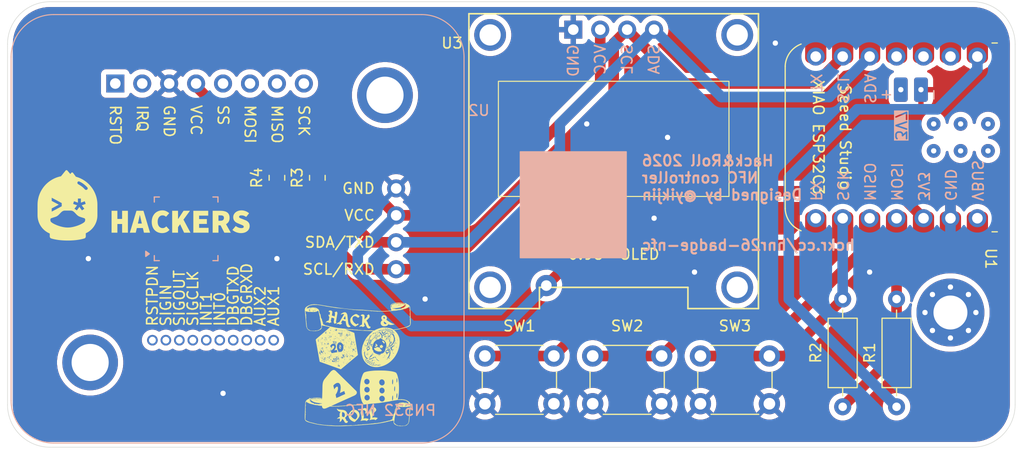
<source format=kicad_pcb>
(kicad_pcb (version 20241229) (generator "pcbnew") (generator_version "9.0")
  (title_block (title "Hack&Roll 2026 hardware badge NFC controller") (date "2025-12-23") (rev "v0.0.6") (company "NUS Hackers") (comment 1 "Developed by @yikjin and @Hackin7") (comment 2 "Licensed under CERN-OHL-P-2.0"))
  (layers (0 "F.Cu" mixed) (2 "B.Cu" mixed) (5 "F.SilkS" user "F.Silkscreen") (7 "B.SilkS" user "B.Silkscreen") (1 "F.Mask" user) (3 "B.Mask" user) (25 "Edge.Cuts" user))
  (net 0 "")
  (net 1 "VCC")
  (net 2 "Net-(U1-GPIO2{slash}A0{slash}D0)")
  (net 3 "/BTN.E")
  (net 4 "GND")
  (net 6 "/BTN.U")
  (net 8 "/I2C.SCL")
  (net 9 "/BTN.D")
  (net 14 "/I2C.SDA")
  (footprint "Resistor_THT:R_Axial_DIN0207_L6.3mm_D2.5mm_P10.16mm_Horizontal" (layer "F.Cu") (at 186.22 103.96 -90)
    (property "Reference" "R1" (at 5.08 2.54 270) (layer "F.SilkS"))
    (property "Value" "10k")
    (pad "1" thru_hole circle (at 0 0 270) (size 1.6 1.6) (drill 0.8) (layers "*.Cu" "*.Mask") (net 1 "VCC"))
    (pad "2" thru_hole circle (at 10.16 0 270) (size 1.6 1.6) (drill 0.8) (layers "*.Cu" "*.Mask") (net 2 "Net-(U1-GPIO2{slash}A0{slash}D0)"))
  )
  (footprint "Button_Switch_THT:SW_PUSH_6mm" (layer "F.Cu") (at 157.57 109.33)
    (property "Reference" "SW2" (at 3.25 -2.83 0) (layer "F.SilkS"))
    (property "Value" "BTN_D")
    (pad "1" thru_hole circle (at 0 0 90) (size 2 2) (drill 1.1) (layers "*.Cu" "*.Mask") (net 9 "/BTN.D"))
    (pad "1" thru_hole circle (at 6.5 0 90) (size 2 2) (drill 1.1) (layers "*.Cu" "*.Mask") (net 9 "/BTN.D"))
    (pad "2" thru_hole circle (at 0 4.5 90) (size 2 2) (drill 1.1) (layers "*.Cu" "*.Mask") (net 4 "GND"))
    (pad "2" thru_hole circle (at 6.5 4.5 90) (size 2 2) (drill 1.1) (layers "*.Cu" "*.Mask") (net 4 "GND"))
  )
  (footprint "hnr26-controller:MCU_Seeed_ESP32C3" (layer "F.Cu") (at 186.22 88.72 -90)
    (property "Reference" "U1" (at 11.43 -8.89 270) (layer "F.SilkS"))
    (property "Value" "XIAO-ESP32-C3")
    (fp_text user "XIAO ESP32C3" (at 0 7.96 270) (layer "F.SilkS") (effects (justify bottom)))
    (fp_text user "Seeed Studio" (at 0 5.42 270) (layer "F.SilkS") (effects (justify bottom)))
    (fp_text user "VBUS" (at 6.1 -7.62 270) (layer "B.SilkS") (effects (justify left mirror)))
    (fp_text user "3V7" (at -2.6 -0.4 270) (layer "B.SilkS" knockout) (effects (justify right mirror)))
    (fp_text user "TX" (at -6.1 7.6 270) (layer "B.SilkS") (effects (justify right mirror)))
    (fp_text user "GND" (at 6.1 -5.08 270) (layer "B.SilkS") (effects (justify left mirror)))
    (fp_text user "SCK" (at 6.1 5.08 270) (layer "B.SilkS") (effects (justify left mirror)))
    (fp_text user "+" (at -3.3 0.3 270) (layer "B.SilkS") (effects (justify left top mirror)))
    (fp_text user "3V3" (at 6.1 -2.54 270) (layer "B.SilkS") (effects (justify left mirror)))
    (fp_text user "MOSI" (at 6.1 0 270) (layer "B.SilkS") (effects (justify left mirror)))
    (fp_text user "-" (at -3.3 -3 270) (layer "B.SilkS") (effects (justify left bottom mirror)))
    (fp_text user "MISO" (at 6.1 2.54 270) (layer "B.SilkS") (effects (justify left mirror)))
    (fp_text user "SDA" (at -6.1 2.52 270) (layer "B.SilkS") (effects (justify right mirror)))
    (fp_text user "RX" (at 6.1 7.62 270) (layer "B.SilkS") (effects (justify left mirror)))
    (fp_text user "SCL" (at -6.1 5.06 270) (layer "B.SilkS") (effects (justify right mirror)))
    (pad "" thru_hole circle (at -1.27 -8.62 270) (size 1.3 1.3) (drill 0.5) (layers "*.Cu" "*.Mask"))
    (pad "" thru_hole circle (at -1.27 -6.04 270) (size 1.3 1.3) (drill 0.5) (layers "*.Cu" "*.Mask"))
    (pad "" thru_hole circle (at -1.27 -3.5 270) (size 1.3 1.3) (drill 0.5) (layers "*.Cu" "*.Mask"))
    (pad "" thru_hole circle (at 1.27 -8.62 270) (size 1.3 1.3) (drill 0.5) (layers "*.Cu" "*.Mask"))
    (pad "" thru_hole circle (at 1.27 -6.04 270) (size 1.3 1.3) (drill 0.5) (layers "*.Cu" "*.Mask"))
    (pad "" thru_hole circle (at 1.27 -3.5 270) (size 1.3 1.3) (drill 0.5) (layers "*.Cu" "*.Mask"))
    (pad "1" smd roundrect (at -8.5 -7.62 270) (size 3 2) (layers "F.Cu" "F.Mask") (net 2 "Net-(U1-GPIO2{slash}A0{slash}D0)"))
    (pad "1" thru_hole circle (at -7.62 -7.62 270) (size 1.7 1.7) (drill 1) (layers "*.Cu" "*.Mask") (net 2 "Net-(U1-GPIO2{slash}A0{slash}D0)"))
    (pad "2" smd roundrect (at -8.5 -5.08 270) (size 3 2) (layers "F.Cu" "F.Mask"))
    (pad "2" thru_hole circle (at -7.62 -5.08 270) (size 1.7 1.7) (drill 1) (layers "*.Cu" "*.Mask"))
    (pad "3" smd roundrect (at -8.5 -2.54 270) (size 3 2) (layers "F.Cu" "F.Mask"))
    (pad "3" thru_hole circle (at -7.62 -2.54 270) (size 1.7 1.7) (drill 1) (layers "*.Cu" "*.Mask"))
    (pad "4" smd roundrect (at -8.5 0 270) (size 3 2) (layers "F.Cu" "F.Mask"))
    (pad "4" thru_hole circle (at -7.62 0 270) (size 1.7 1.7) (drill 1) (layers "*.Cu" "*.Mask"))
    (pad "5" smd roundrect (at -8.5 2.54 270) (size 3 2) (layers "F.Cu" "F.Mask") (net 14 "/I2C.SDA"))
    (pad "5" thru_hole circle (at -7.62 2.54 270) (size 1.7 1.7) (drill 1) (layers "*.Cu" "*.Mask") (net 14 "/I2C.SDA"))
    (pad "6" smd roundrect (at -8.5 5.08 270) (size 3 2) (layers "F.Cu" "F.Mask") (net 8 "/I2C.SCL"))
    (pad "6" thru_hole circle (at -7.62 5.08 270) (size 1.7 1.7) (drill 1) (layers "*.Cu" "*.Mask") (net 8 "/I2C.SCL"))
    (pad "7" smd roundrect (at -8.5 7.62 270) (size 3 2) (layers "F.Cu" "F.Mask"))
    (pad "7" thru_hole circle (at -7.62 7.62 270) (size 1.7 1.7) (drill 1) (layers "*.Cu" "*.Mask"))
    (pad "8" thru_hole circle (at 7.62 7.62 270) (size 1.7 1.7) (drill 1) (layers "*.Cu" "*.Mask") (net 6 "/BTN.U"))
    (pad "8" smd roundrect (at 8.5 7.62 270) (size 3 2) (layers "F.Cu" "F.Mask") (net 6 "/BTN.U"))
    (pad "9" thru_hole circle (at 7.62 5.08 270) (size 1.7 1.7) (drill 1) (layers "*.Cu" "*.Mask") (net 3 "/BTN.E"))
    (pad "9" smd roundrect (at 8.5 5.08 270) (size 3 2) (layers "F.Cu" "F.Mask") (net 3 "/BTN.E"))
    (pad "10" thru_hole circle (at 7.62 2.54 270) (size 1.7 1.7) (drill 1) (layers "*.Cu" "*.Mask") (net 9 "/BTN.D"))
    (pad "10" smd roundrect (at 8.5 2.54 270) (size 3 2) (layers "F.Cu" "F.Mask") (net 9 "/BTN.D"))
    (pad "11" thru_hole circle (at 7.62 0 270) (size 1.7 1.7) (drill 1) (layers "*.Cu" "*.Mask"))
    (pad "11" smd roundrect (at 8.5 0 270) (size 3 2) (layers "F.Cu" "F.Mask"))
    (pad "12" thru_hole circle (at 7.62 -2.54 270) (size 1.7 1.7) (drill 1) (layers "*.Cu" "*.Mask") (net 1 "VCC"))
    (pad "12" smd roundrect (at 8.5 -2.54 270) (size 3 2) (layers "F.Cu" "F.Mask") (net 1 "VCC"))
    (pad "13" thru_hole circle (at 7.62 -5.08 270) (size 1.7 1.7) (drill 1) (layers "*.Cu" "*.Mask") (net 4 "GND"))
    (pad "13" smd roundrect (at 8.5 -5.08 270) (size 3 2) (layers "F.Cu" "F.Mask") (net 4 "GND"))
    (pad "14" thru_hole circle (at 7.62 -7.62 270) (size 1.7 1.7) (drill 1) (layers "*.Cu" "*.Mask"))
    (pad "14" smd roundrect (at 8.5 -7.62 270) (size 3 2) (layers "F.Cu" "F.Mask"))
    (pad "15" smd roundrect (at 2.1 0.6 270) (size 3.5 3.5) (property pad_prop_heatsink) (layers "F.Cu" "F.Mask") (roundrect_rratio 0.07142857143) (net 4 "GND"))
    (pad "16" thru_hole roundrect (at -4.5 -0.4 270) (size 2.3 1.3) (drill 0.5) (layers "*.Cu" "*.Mask") (roundrect_rratio 0.1923076923))
    (pad "17" thru_hole roundrect (at -4.5 -2.3 270) (size 2.3 1.3) (drill 0.5) (layers "*.Cu" "*.Mask") (roundrect_rratio 0.1923076923) (net 4 "GND"))
  )
  (footprint "hnr26-controller:SYM_NusHackers_Logo" (layer "F.Cu") (at 105.2125 91.8075)
    (property "Reference" "REF**" (hide yes))
    (property "Value" "SYM_NusHackers_Logo" (hide yes))
    (fp_poly (pts (xy 7.903652 2.012555) (xy 8.07213 2.476667) (xy 8.084844 2.476667) (xy 8.074712 2.389647) (xy 8.063387 2.297063) (xy 8.037163 2.095205) (xy 8.030457 2.041562) (xy 8.024646 1.988714) (xy 8.019729 1.93666) (xy 8.015706 1.885401) (xy 8.012577 1.834937) (xy 8.010341 1.785267) (xy 8.009 1.736392) (xy 8.008553 1.688312) (xy 8.008553 1.090689) (xy 8.529884 1.090689) (xy 8.529884 3.15694) (xy 7.976765 3.15694) (xy 7.63027 2.231895) (xy 7.461791 1.770962) (xy 7.449079 1.770962) (xy 7.459211 1.860765) (xy 7.470536 1.955335) (xy 7.483052 2.054674) (xy 7.496758 2.158782) (xy 7.503464 2.210935) (xy 7.509276 2.262492) (xy 7.514193 2.313453) (xy 7.518217 2.363817) (xy 7.521347 2.413586) (xy 7.523583 2.462759) (xy 7.524924 2.511336) (xy 7.525372 2.559317) (xy 7.525372 3.15694) (xy 7.004037 3.15694) (xy 7.004037 1.090689) (xy 7.557157 1.090689)) (fill yes) (layers "F.Cu" "F.Mask"))
    (fp_poly (pts (xy 9.450486 2.419447) (xy 9.450783 2.441402) (xy 9.451674 2.46276) (xy 9.453161 2.483521) (xy 9.455244 2.503687) (xy 9.457924 2.523256) (xy 9.461203 2.54223) (xy 9.465081 2.560608) (xy 9.469559 2.57839) (xy 9.472455 2.586635) (xy 9.475575 2.594681) (xy 9.478919 2.602529) (xy 9.482485 2.610178) (xy 9.486275 2.617628) (xy 9.490288 2.62488) (xy 9.494524 2.631933) (xy 9.498983 2.638787) (xy 9.503664 2.645443) (xy 9.508569 2.6519) (xy 9.513696 2.658158) (xy 9.519046 2.664218) (xy 9.524619 2.670079) (xy 9.530414 2.675741) (xy 9.536432 2.681205) (xy 9.542672 2.68647) (xy 9.54917 2.69109) (xy 9.555939 2.695411) (xy 9.562982 2.699434) (xy 9.570296 2.703159) (xy 9.577884 2.706587) (xy 9.585744 2.709716) (xy 9.593877 2.712547) (xy 9.602283 2.71508) (xy 9.610961 2.717315) (xy 9.619913 2.719252) (xy 9.629138 2.720891) (xy 9.638636 2.722232) (xy 9.648407 2.723275) (xy 9.658452 2.72402) (xy 9.66877 2.724467) (xy 9.679362 2.724616) (xy 9.690343 2.724467) (xy 9.701026 2.72402) (xy 9.71141 2.723275) (xy 9.721496 2.722232) (xy 9.731284 2.720891) (xy 9.740773 2.719252) (xy 9.749963 2.717315) (xy 9.758855 2.71508) (xy 9.767448 2.712547) (xy 9.775743 2.709715) (xy 9.783738 2.706586) (xy 9.791435 2.703159) (xy 9.798833 2.699434) (xy 9.805932 2.695411) (xy 9.812731 2.69109) (xy 9.819232 2.68647) (xy 9.825482 2.681205) (xy 9.831508 2.675741) (xy 9.83731 2.670079) (xy 9.842888 2.664218) (xy 9.848243 2.658158) (xy 9.853373 2.6519) (xy 9.85828 2.645443) (xy 9.862962 2.638787) (xy 9.86742 2.631933) (xy 9.871654 2.62488) (xy 9.875664 2.617628) (xy 9.87945 2.610178) (xy 9.883011 2.602529) (xy 9.886347 2.594681) (xy 9.889459 2.586635) (xy 9.892346 2.57839) (xy 9.895044 2.569573) (xy 9.897567 2.560607) (xy 9.899915 2.551493) (xy 9.902089 2.54223) (xy 9.904089 2.532817) (xy 9.905914 2.523256) (xy 9.909043 2.503687) (xy 9.911475 2.483521) (xy 9.913211 2.46276) (xy 9.914252 2.441402) (xy 9.914599 2.419447) (xy 9.914599 1.090689) (xy 10.442288 1.090689) (xy 10.442288 2.35587) (xy 10.441594 2.403752) (xy 10.439512 2.450441) (xy 10.436039 2.495938) (xy 10.431176 2.540243) (xy 10.42492 2.583356) (xy 10.417271 2.625277) (xy 10.408227 2.666006) (xy 10.397788 2.705543) (xy 10.392431 2.724455) (xy 10.386675 2.743044) (xy 10.380521 2.76131) (xy 10.373969 2.779253) (xy 10.367018 2.796874) (xy 10.359669 2.814171) (xy 10.351921 2.831146) (xy 10.343776 2.847798) (xy 10.335232 2.864127) (xy 10.32629 2.880133) (xy 10.316949 2.895816) (xy 10.307211 2.911176) (xy 10.297075 2.926213) (xy 10.28654 2.940928) (xy 10.275607 2.955319) (xy 10.264276 2.969388) (xy 10.252545 2.982712) (xy 10.240391 2.995664) (xy 10.227815 3.008243) (xy 10.214815 3.020449) (xy 10.201394 3.032283) (xy 10.187549 3.043744) (xy 10.173283 3.054832) (xy 10.158593 3.065548) (xy 10.143481 3.075892) (xy 10.127946 3.085863) (xy 10.111989 3.095461) (xy 10.095609 3.104687) (xy 10.078807 3.113541) (xy 10.061582 3.122022) (xy 10.043934 3.130131) (xy 10.025864 3.137867) (xy 10.007747 3.144796) (xy 9.989158 3.151278) (xy 9.970098 3.157312) (xy 9.950567 3.1629) (xy 9.930563 3.168041) (xy 9.910088 3.172735) (xy 9.889141 3.176982) (xy 9.867722 3.180781) (xy 9.84583 3.184134) (xy 9.823467 3.18704) (xy 9.800632 3.189498) (xy 9.777324 3.19151) (xy 9.753544 3.193074) (xy 9.729291 3.194192) (xy 9.704566 3.194862) (xy 9.679368 3.195086) (xy 9.679367 3.195086) (xy 9.629411 3.194192) (xy 9.581238 3.19151) (xy 9.53485 3.18704) (xy 9.512325 3.184134) (xy 9.490246 3.180781) (xy 9.468614 3.176982) (xy 9.447428 3.172735) (xy 9.426689 3.168041) (xy 9.406396 3.162901) (xy 9.38655 3.157313) (xy 9.367151 3.151278) (xy 9.348199 3.144796) (xy 9.329694 3.137867) (xy 9.31162 3.130131) (xy 9.293942 3.122022) (xy 9.27666 3.113541) (xy 9.259774 3.104687) (xy 9.243285 3.095461) (xy 9.227192 3.085863) (xy 9.211495 3.075892) (xy 9.196196 3.065548) (xy 9.181293 3.054832) (xy 9.166787 3.043743) (xy 9.152679 3.032282) (xy 9.138968 3.020449) (xy 9.125655 3.008242) (xy 9.112739 2.995664) (xy 9.100221 2.982712) (xy 9.088101 2.969388) (xy 9.076755 2.955319) (xy 9.065755 2.940928) (xy 9.055102 2.926213) (xy 9.044797 2.911176) (xy 9.034838 2.895816) (xy 9.025227 2.880132) (xy 9.015964 2.864126) (xy 9.007047 2.847798) (xy 8.998478 2.831146) (xy 8.990257 2.814171) (xy 8.982383 2.796874) (xy 8.974857 2.779253) (xy 8.967679 2.76131) (xy 8.960849 2.743044) (xy 8.954366 2.724455) (xy 8.948232 2.705543) (xy 8.937805 2.666006) (xy 8.928767 2.625277) (xy 8.921118 2.583356) (xy 8.914858 2.540243) (xy 8.909988 2.495938) (xy 8.906509 2.450441) (xy 8.904421 2.403752) (xy 8.903725 2.35587) (xy 8.903725 1.090689) (xy 9.450486 1.090689)) (fill yes) (layers "F.Cu" "F.Mask"))
    (fp_poly (pts (xy 3.176997 3.816179) (xy 3.208677 3.819736) (xy 3.239075 3.82551) (xy 3.268282 3.833373) (xy 3.296387 3.843196) (xy 3.323482 3.854851) (xy 3.349657 3.868211) (xy 3.375003 3.883145) (xy 3.39961 3.899528) (xy 3.423569 3.917229) (xy 3.469907 3.956076) (xy 3.51474 3.998659) (xy 3.558794 4.043952) (xy 3.647464 4.138565) (xy 3.69353 4.185831) (xy 3.741718 4.231702) (xy 3.792751 4.275152) (xy 3.819561 4.295648) (xy 3.847355 4.315153) (xy 3.876222 4.33354) (xy 3.906255 4.350681) (xy 3.937542 4.366446) (xy 3.970175 4.380708) (xy 4.02107 4.400566) (xy 4.064883 4.416377) (xy 4.103755 4.429324) (xy 4.139825 4.440587) (xy 4.212122 4.462797) (xy 4.252628 4.476107) (xy 4.298891 4.492465) (xy 4.314431 4.497916) (xy 4.329697 4.502862) (xy 4.359204 4.511692) (xy 4.387011 4.519853) (xy 4.40015 4.523965) (xy 4.412714 4.528247) (xy 4.42465 4.532813) (xy 4.435909 4.537775) (xy 4.441269 4.54044) (xy 4.446441 4.543246) (xy 4.451418 4.546207) (xy 4.456195 4.549338) (xy 4.460764 4.552652) (xy 4.46512 4.556163) (xy 4.469257 4.559887) (xy 4.473167 4.563836) (xy 4.476846 4.568024) (xy 4.480286 4.572467) (xy 4.483481 4.577177) (xy 4.486424 4.58217) (xy 4.491779 4.593056) (xy 4.496381 4.604702) (xy 4.50025 4.616997) (xy 4.503408 4.629831) (xy 4.505874 4.643093) (xy 4.50767 4.656672) (xy 4.508815 4.670457) (xy 4.509332 4.684339) (xy 4.509239 4.698205) (xy 4.508558 4.711946) (xy 4.50731 4.725451) (xy 4.505514 4.738609) (xy 4.503192 4.751309) (xy 4.500365 4.763441) (xy 4.497052 4.774894) (xy 4.493274 4.785557) (xy 4.491123 4.794999) (xy 4.489958 4.799779) (xy 4.488723 4.804608) (xy 4.487407 4.809491) (xy 4.486002 4.814433) (xy 4.4845 4.819442) (xy 4.482891 4.824524) (xy 4.476279 4.839739) (xy 4.466116 4.85588) (xy 4.435664 4.890634) (xy 4.39259 4.928171) (xy 4.337946 4.967876) (xy 4.272787 5.009134) (xy 4.198167 5.051331) (xy 4.115139 5.093853) (xy 4.024758 5.136084) (xy 3.928076 5.177411) (xy 3.826149 5.217218) (xy 3.720028 5.25489) (xy 3.61077 5.289814) (xy 3.499426 5.321374) (xy 3.387052 5.348957) (xy 3.2747 5.371946) (xy 3.163425 5.389729) (xy 3.126388 5.394785) (xy 3.089556 5.399167) (xy 3.071238 5.401062) (xy 3.052998 5.402737) (xy 3.034843 5.404175) (xy 3.016782 5.405358) (xy 2.975163 5.407566) (xy 2.937144 5.409104) (xy 2.901508 5.409994) (xy 2.867034 5.410258) (xy 2.832561 5.410013) (xy 2.796924 5.409121) (xy 2.758906 5.407572) (xy 2.717287 5.405358) (xy 2.699226 5.404174) (xy 2.681071 5.402733) (xy 2.66283 5.401055) (xy 2.644513 5.399156) (xy 2.607681 5.394772) (xy 2.570644 5.389729) (xy 2.459369 5.371947) (xy 2.347017 5.348958) (xy 2.234642 5.321375) (xy 2.123299 5.289815) (xy 2.01404 5.254892) (xy 1.90792 5.217219) (xy 1.805992 5.177412) (xy 1.70931 5.136085) (xy 1.618929 5.093854) (xy 1.535901 5.051332) (xy 1.461281 5.009135) (xy 1.396122 4.967876) (xy 1.341478 4.928171) (xy 1.318429 4.909093) (xy 1.298404 4.890634) (xy 1.281534 4.872871) (xy 1.267952 4.85588) (xy 1.257789 4.839739) (xy 1.251177 4.824524) (xy 1.249568 4.819442) (xy 1.248066 4.814432) (xy 1.246662 4.809488) (xy 1.245347 4.804605) (xy 1.244112 4.799776) (xy 1.242948 4.794996) (xy 1.240794 4.785557) (xy 1.237017 4.774894) (xy 1.233704 4.763442) (xy 1.230876 4.75131) (xy 1.228554 4.73861) (xy 1.226759 4.725452) (xy 1.22551 4.711947) (xy 1.224829 4.698206) (xy 1.224736 4.684339) (xy 1.225253 4.670457) (xy 1.226398 4.656671) (xy 1.228194 4.643092) (xy 1.23066 4.62983) (xy 1.233818 4.616996) (xy 1.237687 4.604701) (xy 1.242289 4.593055) (xy 1.247644 4.58217) (xy 1.250588 4.577177) (xy 1.253783 4.572467) (xy 1.257222 4.568024) (xy 1.260901 4.563835) (xy 1.264811 4.559886) (xy 1.268948 4.556163) (xy 1.277873 4.549337) (xy 1.287627 4.543244) (xy 1.298159 4.537773) (xy 1.309418 4.532811) (xy 1.321354 4.528244) (xy 1.333917 4.523962) (xy 1.347056 4.51985) (xy 1.374863 4.511688) (xy 1.40437 4.50286) (xy 1.419636 4.497914) (xy 1.435176 4.492464) (xy 1.48144 4.476106) (xy 1.521945 4.462796) (xy 1.594242 4.440587) (xy 1.630313 4.429324) (xy 1.669185 4.416378) (xy 1.712998 4.400567) (xy 1.763892 4.380708) (xy 1.796525 4.366446) (xy 1.827813 4.350681) (xy 1.857845 4.33354) (xy 1.886713 4.315153) (xy 1.914506 4.295648) (xy 1.941317 4.275152) (xy 1.967234 4.253794) (xy 1.99235 4.231702) (xy 2.040537 4.185831) (xy 2.086603 4.138565) (xy 2.175274 4.043953) (xy 2.219327 3.998659) (xy 2.264161 3.956076) (xy 2.287096 3.936122) (xy 2.310498 3.917229) (xy 2.334457 3.899528) (xy 2.359065 3.883146) (xy 2.38441 3.868211) (xy 2.410585 3.854852) (xy 2.43768 3.843196) (xy 2.465786 3.833373) (xy 2.494992 3.82551) (xy 2.52539 3.819736) (xy 2.557071 3.81618) (xy 2.590124 3.814968) (xy 2.867034 3.815078) (xy 3.143943 3.814968)) (fill yes) (layers "F.Cu" "F.Mask"))
    (fp_poly (pts (xy 11.653005 1.052816) (xy 11.676047 1.053635) (xy 11.69909 1.055001) (xy 11.722134 1.056913) (xy 11.745178 1.059372) (xy 11.768224 1.062377) (xy 11.791271 1.065928) (xy 11.814318 1.070026) (xy 11.837366 1.07467) (xy 11.860414 1.07986) (xy 11.883463 1.085597) (xy 11.906512 1.09188) (xy 11.929562 1.09871) (xy 11.952612 1.106086) (xy 11.975662 1.114009) (xy 11.998712 1.122478) (xy 12.022003 1.131108) (xy 12.044997 1.140309) (xy 12.067692 1.150082) (xy 12.09009 1.160425) (xy 12.112191 1.17134) (xy 12.133993 1.182827) (xy 12.155499 1.194884) (xy 12.176706 1.207512) (xy 12.197616 1.220712) (xy 12.218229 1.234483) (xy 12.238545 1.248825) (xy 12.258564 1.263738) (xy 12.278285 1.279223) (xy 12.29771 1.295278) (xy 12.316838 1.311905) (xy 12.335669 1.329103) (xy 12.062288 1.672418) (xy 12.034611 1.654687) (xy 12.007236 1.638048) (xy 11.980163 1.622501) (xy 11.953392 1.608047) (xy 11.926921 1.594686) (xy 11.90075 1.582417) (xy 11.874878 1.571242) (xy 11.849305 1.561159) (xy 11.836398 1.556539) (xy 11.823119 1.552218) (xy 11.809468 1.548195) (xy 11.795446 1.54447) (xy 11.781053 1.541043) (xy 11.766288 1.537913) (xy 11.751151 1.535082) (xy 11.735642 1.532549) (xy 11.719761 1.530314) (xy 11.703508 1.528377) (xy 11.686883 1.526738) (xy 11.669887 1.525397) (xy 11.652517 1.524354) (xy 11.634776 1.523609) (xy 11.616662 1.523162) (xy 11.598176 1.523013) (xy 11.587171 1.523149) (xy 11.576415 1.523559) (xy 11.565908 1.524242) (xy 11.55565 1.525198) (xy 11.545641 1.526428) (xy 11.535881 1.52793) (xy 11.52637 1.529706) (xy 11.517107 1.531755) (xy 11.508094 1.534077) (xy 11.499328 1.536672) (xy 11.490811 1.539541) (xy 11.482542 1.542682) (xy 11.474522 1.546097) (xy 11.46675 1.549785) (xy 11.459225 1.553746) (xy 11.451949 1.55798) (xy 11.448428 1.560007) (xy 11.44502 1.562115) (xy 11.441723 1.564304) (xy 11.438537 1.566573) (xy 11.435464 1.568923) (xy 11.432502 1.571354) (xy 11.429652 1.573865) (xy 11.426914 1.576458) (xy 11.424288 1.579131) (xy 11.421773 1.581884) (xy 11.41937 1.584718) (xy 11.417079 1.587633) (xy 11.4149 1.590629) (xy 11.412832 1.593706) (xy 11.410877 1.596863) (xy 11.409033 1.600101) (xy 11.4073 1.603419) (xy 11.40568 1.606818) (xy 11.404171 1.610298) (xy 11.402775 1.613859) (xy 11.401489 1.6175) (xy 11.400316 1.621222) (xy 11.399254 1.625025) (xy 11.398305 1.628909) (xy 11.397466 1.632873) (xy 11.39674 1.636918) (xy 11.396125 1.641043) (xy 11.395623 1.645249) (xy 11.395231 1.649536) (xy 11.394952 1.653904) (xy 11.394729 1.662882) (xy 11.394878 1.66878) (xy 11.395324 1.674554) (xy 11.396069 1.680204) (xy 11.397112 1.68573) (xy 11.398453 1.691131) (xy 11.400092 1.696408) (xy 11.402028 1.701561) (xy 11.404263 1.70659) (xy 11.406797 1.711495) (xy 11.409628 1.716276) (xy 11.412757 1.720932) (xy 11.416185 1.725464) (xy 11.419911 1.729873) (xy 11.423935 1.734157) (xy 11.428258 1.738317) (xy 11.432878 1.742353) (xy 11.437783 1.746314) (xy 11.44296 1.750251) (xy 11.448409 1.754162) (xy 11.454131 1.758049) (xy 11.460127 1.761911) (xy 11.466395 1.765748) (xy 11.472937 1.76956) (xy 11.479752 1.773347) (xy 11.486841 1.777109) (xy 11.494204 1.780847) (xy 11.50184 1.78456) (xy 11.509751 1.788247) (xy 11.517936 1.79191) (xy 11.526396 1.795549) (xy 11.53513 1.799162) (xy 11.544139 1.802751) (xy 11.624386 1.833744) (xy 11.718975 1.869507) (xy 11.957389 1.968051) (xy 11.991656 1.981213) (xy 12.024535 1.99527) (xy 12.040454 2.002633) (xy 12.056025 2.01022) (xy 12.071249 2.01803) (xy 12.086126 2.026064) (xy 12.100655 2.034322) (xy 12.114837 2.042802) (xy 12.128671 2.051507) (xy 12.142157 2.060435) (xy 12.155295 2.069587) (xy 12.168086 2.078962) (xy 12.180528 2.088561) (xy 12.192623 2.098383) (xy 12.204749 2.108044) (xy 12.216503 2.117953) (xy 12.227886 2.12811) (xy 12.238897 2.138516) (xy 12.249537 2.14917) (xy 12.259805 2.160072) (xy 12.269702 2.171223) (xy 12.279226 2.182622) (xy 12.288379 2.194269) (xy 12.29716 2.206165) (xy 12.305569 2.218309) (xy 12.313606 2.230702) (xy 12.32127 2.243343) (xy 12.328562 2.256232) (xy 12.335482 2.26937) (xy 12.34203 2.282757) (xy 12.348182 2.296404) (xy 12.353939 2.310324) (xy 12.3593 2.324517) (xy 12.364265 2.338983) (xy 12.368834 2.353723) (xy 12.373006 2.368735) (xy 12.376782 2.384021) (xy 12.380161 2.39958) (xy 12.383143 2.415412) (xy 12.385728 2.431517) (xy 12.387916 2.447896) (xy 12.389706 2.464547) (xy 12.391099 2.481472) (xy 12.392094 2.49867) (xy 12.392691 2.516141) (xy 12.39289 2.533885) (xy 12.392517 2.555653) (xy 12.3914 2.577248) (xy 12.389537 2.598668) (xy 12.38693 2.619914) (xy 12.383577 2.640986) (xy 12.379479 2.661885) (xy 12.374636 2.682609) (xy 12.369049 2.70316) (xy 12.362716 2.723537) (xy 12.355639 2.74374) (xy 12.347816 2.763769) (xy 12.339249 2.783624) (xy 12.329936 2.803306) (xy 12.319879 2.822813) (xy 12.309077 2.842147) (xy 12.29753 2.861307) (xy 12.285261 2.879759) (xy 12.272296 2.897764) (xy 12.258635 2.915322) (xy 12.244278 2.932433) (xy 12.229226 2.949097) (xy 12.213479 2.965315) (xy 12.197036 2.981085) (xy 12.179898 2.996408) (xy 12.162065 3.011284) (xy 12.143538 3.025714) (xy 12.124316 3.039696) (xy 12.104399 3.053231) (xy 12.083788 3.066319) (xy 12.062483 3.078959) (xy 12.040484 3.091153) (xy 12.017791 3.1029) (xy 11.994418 3.114062) (xy 11.970401 3.124505) (xy 11.945738 3.134228) (xy 11.920431 3.14323) (xy 11.894478 3.151513) (xy 11.86788 3.159075) (xy 11.840637 3.165917) (xy 11.812748 3.172039) (xy 11.784214 3.177441) (xy 11.755035 3.182122) (xy 11.725209 3.186083) (xy 11.694738 3.189324) (xy 11.663621 3.191845) (xy 11.631858 3.193646) (xy 11.59945 3.194726) (xy 11.566395 3.195086) (xy 11.566397 3.195086) (xy 11.540925 3.194801) (xy 11.515379 3.193944) (xy 11.489759 3.192516) (xy 11.464065 3.190516) (xy 11.438296 3.187946) (xy 11.412453 3.184804) (xy 11.386537 3.181091) (xy 11.360546 3.176807) (xy 11.308343 3.166525) (xy 11.255845 3.153959) (xy 11.203053 3.139108) (xy 11.149968 3.121972) (xy 11.123879 3.112535) (xy 11.098062 3.102502) (xy 11.072518 3.091873) (xy 11.047247 3.080648) (xy 11.022248 3.068826) (xy 10.997523 3.056409) (xy 10.973071 3.043395) (xy 10.948892 3.029786) (xy 10.924988 3.01558) (xy 10.901356 3.000778) (xy 10.877999 2.985381) (xy 10.854916 2.969387) (xy 10.832107 2.952797) (xy 10.809573 2.935612) (xy 10.787313 2.91783) (xy 10.765328 2.899453) (xy 11.076855 2.524349) (xy 11.106498 2.546105) (xy 11.136643 2.566867) (xy 11.167289 2.586635) (xy 11.198434 2.60541) (xy 11.230077 2.623192) (xy 11.262217 2.63998) (xy 11.294854 2.655774) (xy 11.327985 2.670576) (xy 11.345077 2.677119) (xy 11.362195 2.683241) (xy 11.379339 2.68894) (xy 11.396508 2.694218) (xy 11.413703 2.699073) (xy 11.430924 2.703506) (xy 11.44817 2.707517) (xy 11.465443 2.711106) (xy 11.48274 2.714272) (xy 11.500064 2.717017) (xy 11.517413 2.719339) (xy 11.534788 2.721239) (xy 11.552189 2.722717) (xy 11.569615 2.723772) (xy 11.587067 2.724406) (xy 11.604545 2.724617) (xy 11.619756 2.72448) (xy 11.634395 2.72407) (xy 11.648463 2.723387) (xy 11.66196 2.722431) (xy 11.674885 2.721202) (xy 11.687239 2.719699) (xy 11.699022 2.717923) (xy 11.710234 2.715874) (xy 11.720875 2.713552) (xy 11.730945 2.710957) (xy 11.740444 2.708089) (xy 11.749373 2.704947) (xy 11.757731 2.701533) (xy 11.765518 2.697845) (xy 11.772734 2.693884) (xy 11.779381 2.68965) (xy 11.785922 2.685217) (xy 11.792042 2.68066) (xy 11.79774 2.675979) (xy 11.803016 2.671174) (xy 11.807871 2.666244) (xy 11.812304 2.66119) (xy 11.816315 2.656012) (xy 11.819904 2.65071) (xy 11.823072 2.645284) (xy 11.824497 2.642524) (xy 11.825817 2.639733) (xy 11.827031 2.636911) (xy 11.82814 2.634058) (xy 11.829143 2.631174) (xy 11.830041 2.628259) (xy 11.830833 2.625313) (xy 11.831519 2.622336) (xy 11.8321 2.619328) (xy 11.832576 2.616289) (xy 11.832945 2.613218) (xy 11.833209 2.610117) (xy 11.833421 2.603821) (xy 11.833284 2.59637) (xy 11.832874 2.589118) (xy 11.83219 2.582065) (xy 11.831233 2.57521) (xy 11.830003 2.568554) (xy 11.8285 2.562097) (xy 11.826723 2.555839) (xy 11.824673 2.549779) (xy 11.82235 2.543918) (xy 11.819755 2.538256) (xy 11.816886 2.532793) (xy 11.813744 2.527528) (xy 11.81033 2.522462) (xy 11.806643 2.517594) (xy 11.802683 2.512926) (xy 11.79845 2.508456) (xy 11.793949 2.50411) (xy 11.789201 2.499814) (xy 11.784206 2.495567) (xy 11.778964 2.49137) (xy 11.773474 2.487223) (xy 11.767738 2.483125) (xy 11.761753 2.479077) (xy 11.755521 2.475078) (xy 11.749041 2.47113) (xy 11.742313 2.46723) (xy 11.735337 2.463381) (xy 11.728113 2.459581) (xy 11.72064 2.455831) (xy 11.712918 2.452131) (xy 11.704947 2.44848) (xy 11.696728 2.444879) (xy 11.66156 2.429978) (xy 11.622819 2.413885) (xy 11.580502 2.3966) (xy 11.534607 2.378123) (xy 11.277119 2.270042) (xy 11.247957 2.258419) (xy 11.219293 2.245803) (xy 11.191128 2.232194) (xy 11.163461 2.217591) (xy 11.136293 2.201995) (xy 11.109623 2.185405) (xy 11.083451 2.167822) (xy 11.057778 2.149245) (xy 11.045607 2.139187) (xy 11.033733 2.12888) (xy 11.022157 2.118325) (xy 11.010879 2.107522) (xy 10.9999 2.09647) (xy 10.989218 2.08517) (xy 10.978836 2.073622) (xy 10.968751 2.061825) (xy 10.958966 2.049781) (xy 10.949479 2.037488) (xy 10.94029 2.024946) (xy 10.931401 2.012156) (xy 10.922811 1.999118) (xy 10.91452 1.985832) (xy 10.906528 1.972297) (xy 10.898835 1.958515) (xy 10.891906 1.944073) (xy 10.885423 1.929359) (xy 10.879388 1.914371) (xy 10.8738 1.89911) (xy 10.868659 1.883575) (xy 10.863965 1.867768) (xy 10.859718 1.851687) (xy 10.855919 1.835334) (xy 10.852566 1.818707) (xy 10.849661 1.801807) (xy 10.847202 1.784633) (xy 10.845191 1.767187) (xy 10.843626 1.749467) (xy 10.842509 1.731475) (xy 10.841838 1.713209) (xy 10.841615 1.69467) (xy 10.841999 1.672555) (xy 10.843154 1.650713) (xy 10.845078 1.629144) (xy 10.847771 1.607849) (xy 10.851234 1.586826) (xy 10.855468 1.566077) (xy 10.860471 1.5456) (xy 10.866244 1.525397) (xy 10.872787 1.505467) (xy 10.8801 1.48581) (xy 10.888183 1.466427) (xy 10.897037 1.447316) (xy 10.906661 1.428479) (xy 10.917055 1.409915) (xy 10.92822 1.391624) (xy 10.940155 1.373606) (xy 10.952777 1.355564) (xy 10.966021 1.337993) (xy 10.979886 1.320894) (xy 10.994374 1.304267) (xy 11.009482 1.288112) (xy 11.025213 1.272429) (xy 11.041566 1.257217) (xy 11.05854 1.242478) (xy 11.076136 1.228211) (xy 11.094353 1.214415) (xy 11.113192 1.201091) (xy 11.132654 1.18824) (xy 11.152736 1.17586) (xy 11.173441 1.163951) (xy 11.194767 1.152515) (xy 11.216715 1.141551) (xy 11.239187 1.130772) (xy 11.262106 1.120689) (xy 11.285472 1.111301) (xy 11.309286 1.102609) (xy 11.333546 1.094612) (xy 11.358255 1.08731) (xy 11.383411 1.080704) (xy 11.409014 1.074794) (xy 11.435065 1.069578) (xy 11.461564 1.065059) (xy 11.488511 1.061234) (xy 11.515905 1.058105) (xy 11.543748 1.055672) (xy 11.572039 1.053933) (xy 11.600778 1.05289) (xy 11.629965 1.052543)) (fill yes) (layers "F.Cu" "F.Mask"))
  )
  (footprint "Resistor_THT:R_Axial_DIN0207_L6.3mm_D2.5mm_P10.16mm_Horizontal" (layer "F.Cu") (at 181.14 114.12 90)
    (property "Reference" "R2" (at 5.08 -2.54 90) (layer "F.SilkS"))
    (property "Value" "10k")
    (pad "1" thru_hole circle (at 0 0 90) (size 1.6 1.6) (drill 0.8) (layers "*.Cu" "*.Mask") (net 1 "VCC"))
    (pad "2" thru_hole circle (at 10.16 0 90) (size 1.6 1.6) (drill 0.8) (layers "*.Cu" "*.Mask") (net 3 "/BTN.E"))
  )
  (footprint "MountingHole:MountingHole_3.2mm_M3_Pad_Via" (layer "F.Cu") (at 191.3 105.23)
    (property "Reference" "H1" (hide yes))
    (property "Value" "Lanyard")
    (pad "1" thru_hole circle (at -2.4 0) (size 0.8 0.8) (drill 0.5) (layers "*.Cu" "*.Mask"))
    (pad "1" thru_hole circle (at -1.697056 -1.697056) (size 0.8 0.8) (drill 0.5) (layers "*.Cu" "*.Mask"))
    (pad "1" thru_hole circle (at -1.697056 1.697056) (size 0.8 0.8) (drill 0.5) (layers "*.Cu" "*.Mask"))
    (pad "1" thru_hole circle (at 0 -2.4) (size 0.8 0.8) (drill 0.5) (layers "*.Cu" "*.Mask"))
    (pad "1" thru_hole circle (at 0 0) (size 6.4 6.4) (drill 3.2) (layers "*.Cu" "*.Mask"))
    (pad "1" thru_hole circle (at 0 2.4) (size 0.8 0.8) (drill 0.5) (layers "*.Cu" "*.Mask"))
    (pad "1" thru_hole circle (at 1.697056 -1.697056) (size 0.8 0.8) (drill 0.5) (layers "*.Cu" "*.Mask"))
    (pad "1" thru_hole circle (at 1.697056 1.697056) (size 0.8 0.8) (drill 0.5) (layers "*.Cu" "*.Mask"))
    (pad "1" thru_hole circle (at 2.4 0) (size 0.8 0.8) (drill 0.5) (layers "*.Cu" "*.Mask"))
  )
  (footprint "Button_Switch_THT:SW_PUSH_6mm" (layer "F.Cu") (at 167.73 109.33)
    (property "Reference" "SW3" (at 3.25 -2.83 0) (layer "F.SilkS"))
    (property "Value" "BTN_E")
    (pad "1" thru_hole circle (at 0 0 90) (size 2 2) (drill 1.1) (layers "*.Cu" "*.Mask") (net 3 "/BTN.E"))
    (pad "1" thru_hole circle (at 6.5 0 90) (size 2 2) (drill 1.1) (layers "*.Cu" "*.Mask") (net 3 "/BTN.E"))
    (pad "2" thru_hole circle (at 0 4.5 90) (size 2 2) (drill 1.1) (layers "*.Cu" "*.Mask") (net 4 "GND"))
    (pad "2" thru_hole circle (at 6.5 4.5 90) (size 2 2) (drill 1.1) (layers "*.Cu" "*.Mask") (net 4 "GND"))
  )
  (footprint "hnr26-controller:OLED_SSD1315_I2C_0.96in" (layer "F.Cu") (at 155.74 78.56)
    (property "Reference" "U3" (at -11.43 1.27 0) (layer "F.SilkS"))
    (property "Value" "SSD1315")
    (fp_text user "0.96\" OLED" (at 3.81 21.76 0) (layer "F.SilkS") (effects (justify bottom)))
    (fp_text user "VCC" (at 2.54 1.3 90) (layer "B.SilkS") (effects (justify left mirror)))
    (fp_text user "GND" (at 0 1.3 90) (layer "B.SilkS") (effects (justify left mirror)))
    (fp_text user "SDA" (at 7.62 1.3 90) (layer "B.SilkS") (effects (justify left mirror)))
    (fp_text user "SCL" (at 5.08 1.3 90) (layer "B.SilkS") (effects (justify left mirror)))
    (pad "" np_thru_hole circle (at -7.84 0.5) (size 3 3) (drill 2) (layers "*.Cu" "*.Mask"))
    (pad "" np_thru_hole circle (at -7.84 24.3) (size 3 3) (drill 2) (layers "*.Cu" "*.Mask"))
    (pad "" np_thru_hole circle (at 15.46 0.5) (size 3 3) (drill 2) (layers "*.Cu" "*.Mask"))
    (pad "" np_thru_hole circle (at 15.46 24.3) (size 3 3) (drill 2) (layers "*.Cu" "*.Mask"))
    (pad "1" thru_hole rect (at 0 0 90) (size 1.7 1.7) (drill 1) (layers "*.Cu" "*.Mask") (net 4 "GND"))
    (pad "2" thru_hole oval (at 2.54 0 90) (size 1.7 1.7) (drill 1) (layers "*.Cu" "*.Mask") (net 1 "VCC"))
    (pad "3" thru_hole oval (at 5.08 0 90) (size 1.7 1.7) (drill 1) (layers "*.Cu" "*.Mask") (net 8 "/I2C.SCL"))
    (pad "4" thru_hole oval (at 7.62 0 90) (size 1.7 1.7) (drill 1) (layers "*.Cu" "*.Mask") (net 14 "/I2C.SDA"))
  )
  (footprint "Resistor_SMD:R_0805_2012Metric_Pad1.20x1.40mm_HandSolder" (layer "F.Cu") (at 131.61 92.53 -90)
    (property "Reference" "R3" (at 0 1.905 90) (layer "F.SilkS"))
    (property "Value" "4k7")
    (pad "1" smd roundrect (at -1 0 270) (size 1.2 1.4) (layers "F.Cu" "F.Mask" "F.Paste") (roundrect_rratio 0.208333) (net 1 "VCC"))
    (pad "2" smd roundrect (at 1 0 270) (size 1.2 1.4) (layers "F.Cu" "F.Mask" "F.Paste") (roundrect_rratio 0.208333) (net 14 "/I2C.SDA"))
  )
  (footprint "Button_Switch_THT:SW_PUSH_6mm" (layer "F.Cu") (at 147.41 109.33)
    (property "Reference" "SW1" (at 3.25 -2.83 0) (layer "F.SilkS"))
    (property "Value" "BTN_U")
    (pad "1" thru_hole circle (at 0 0 90) (size 2 2) (drill 1.1) (layers "*.Cu" "*.Mask") (net 6 "/BTN.U"))
    (pad "1" thru_hole circle (at 6.5 0 90) (size 2 2) (drill 1.1) (layers "*.Cu" "*.Mask") (net 6 "/BTN.U"))
    (pad "2" thru_hole circle (at 0 4.5 90) (size 2 2) (drill 1.1) (layers "*.Cu" "*.Mask") (net 4 "GND"))
    (pad "2" thru_hole circle (at 6.5 4.5 90) (size 2 2) (drill 1.1) (layers "*.Cu" "*.Mask") (net 4 "GND"))
  )
  (footprint "hnr26-controller:SYM_NusHackers_HnR26_Logo" (layer "F.Cu") (at 135.42 110.31)
    (property "Reference" "G***" (hide yes))
    (property "Value" "LOGO" (hide yes))
  )
  (footprint "Resistor_SMD:R_0805_2012Metric_Pad1.20x1.40mm_HandSolder" (layer "F.Cu") (at 127.8 92.53 -90)
    (property "Reference" "R4" (at 0 1.905 90) (layer "F.SilkS"))
    (property "Value" "4k7")
    (pad "1" smd roundrect (at -1 0 270) (size 1.2 1.4) (layers "F.Cu" "F.Mask" "F.Paste") (roundrect_rratio 0.208333) (net 1 "VCC"))
    (pad "2" smd roundrect (at 1 0 270) (size 1.2 1.4) (layers "F.Cu" "F.Mask" "F.Paste") (roundrect_rratio 0.208333) (net 8 "/I2C.SCL"))
  )
  (footprint "hnr26-controller:NFC_PN532_Module" (layer "B.Cu") (at 124.09 97.34 180)
    (property "Reference" "U2" (at -22.76 11.16 0) (layer "B.SilkS") (effects (justify mirror)))
    (property "Value" "PN532")
    (fp_text user "DBGRXD" (at -0.86 -9.28 90) (layer "F.SilkS") (effects (justify left)))
    (fp_text user "RSTPDN" (at 8.03 -9.28 90) (layer "F.SilkS") (effects (justify left)))
    (fp_text user "SIGCLK" (at 4.22 -9.28 90) (layer "F.SilkS") (effects (justify left)))
    (fp_text user "MISO" (at -3.71 11.77 270) (layer "F.SilkS") (effects (justify left)))
    (fp_text user "GND" (at 6.45 11.77 270) (layer "F.SilkS") (effects (justify left)))
    (fp_text user "INT0" (at 1.68 -9.28 90) (layer "F.SilkS") (effects (justify left)))
    (fp_text user "DBGTXD" (at 0.41 -9.28 90) (layer "F.SilkS") (effects (justify left)))
    (fp_text user "SCK" (at -6.25 11.77 270) (layer "F.SilkS") (effects (justify left)))
    (fp_text user "IRQ" (at 8.99 11.77 270) (layer "F.SilkS") (effects (justify left)))
    (fp_text user "MOSI" (at -1.17 11.77 270) (layer "F.SilkS") (effects (justify left)))
    (fp_text user "VCC" (at 3.91 11.77 270) (layer "F.SilkS") (effects (justify left)))
    (fp_text user "SIGOUT" (at 5.49 -9.28 90) (layer "F.SilkS") (effects (justify left)))
    (fp_text user "GND" (at -13.02 3.81 0) (layer "F.SilkS") (effects (justify right)))
    (fp_text user "VCC" (at -13.02 1.27 0) (layer "F.SilkS") (effects (justify right)))
    (fp_text user "AUX1" (at -3.4 -9.28 90) (layer "F.SilkS") (effects (justify left)))
    (fp_text user "SIGIN" (at 6.76 -9.28 90) (layer "F.SilkS") (effects (justify left)))
    (fp_text user "RSTO" (at 11.53 11.77 270) (layer "F.SilkS") (effects (justify left)))
    (fp_text user "SCL/RXD" (at -13.02 -3.81 0) (layer "F.SilkS") (effects (justify right)))
    (fp_text user "SS" (at 1.37 11.77 270) (layer "F.SilkS") (effects (justify left)))
    (fp_text user "INT1" (at 2.95 -9.28 90) (layer "F.SilkS") (effects (justify left)))
    (fp_text user "SDA/TXD" (at -13.02 -1.27 0) (layer "F.SilkS") (effects (justify right)))
    (fp_text user "AUX2" (at -2.13 -9.28 90) (layer "F.SilkS") (effects (justify left)))
    (fp_text user "PN532 NFC" (at -18.8 -17.7 0) (layer "B.SilkS") (effects (justify left bottom mirror)))
    (pad "" np_thru_hole circle (at -13.9 12.6 180) (size 5.25 5.25) (drill 3.5) (layers "*.Cu" "*.Mask"))
    (pad "" np_thru_hole circle (at 13.9 -12.6 180) (size 5.25 5.25) (drill 3.5) (layers "*.Cu" "*.Mask"))
    (pad "1" thru_hole rect (at 11.53 13.7 270) (size 1.7 1.7) (drill 1) (layers "*.Cu" "*.Mask"))
    (pad "2" thru_hole circle (at 8.99 13.7 270) (size 1.7 1.7) (drill 1) (layers "*.Cu" "*.Mask"))
    (pad "3" thru_hole circle (at 6.45 13.7 270) (size 1.7 1.7) (drill 1) (layers "*.Cu" "*.Mask") (net 4 "GND"))
    (pad "4" thru_hole circle (at 3.91 13.7 270) (size 1.7 1.7) (drill 1) (layers "*.Cu" "*.Mask") (net 1 "VCC"))
    (pad "5" thru_hole circle (at 1.37 13.7 270) (size 1.7 1.7) (drill 1) (layers "*.Cu" "*.Mask"))
    (pad "6" thru_hole circle (at -1.17 13.7 270) (size 1.7 1.7) (drill 1) (layers "*.Cu" "*.Mask"))
    (pad "7" thru_hole circle (at -3.71 13.7 270) (size 1.7 1.7) (drill 1) (layers "*.Cu" "*.Mask"))
    (pad "8" thru_hole circle (at -6.25 13.7 270) (size 1.7 1.7) (drill 1) (layers "*.Cu" "*.Mask"))
    (pad "9" thru_hole circle (at -14.95 3.81 270) (size 1.7 1.7) (drill 1) (layers "*.Cu" "*.Mask") (net 4 "GND"))
    (pad "10" thru_hole circle (at -14.95 1.27 270) (size 1.7 1.7) (drill 1) (layers "*.Cu" "*.Mask") (net 1 "VCC"))
    (pad "11" thru_hole circle (at -14.95 -1.27 270) (size 1.7 1.7) (drill 1) (layers "*.Cu" "*.Mask") (net 14 "/I2C.SDA"))
    (pad "12" thru_hole circle (at -14.95 -3.81 270) (size 1.7 1.7) (drill 1) (layers "*.Cu" "*.Mask") (net 8 "/I2C.SCL"))
    (pad "13" thru_hole circle (at -3.4 -10.5 90) (size 1 1) (drill 0.65) (layers "*.Cu" "*.Mask"))
    (pad "14" thru_hole circle (at -2.13 -10.5 90) (size 1 1) (drill 0.65) (layers "*.Cu" "*.Mask"))
    (pad "15" thru_hole circle (at -0.86 -10.5 90) (size 1 1) (drill 0.65) (layers "*.Cu" "*.Mask"))
    (pad "16" thru_hole circle (at 0.41 -10.5 90) (size 1 1) (drill 0.65) (layers "*.Cu" "*.Mask"))
    (pad "17" thru_hole circle (at 1.68 -10.5 90) (size 1 1) (drill 0.65) (layers "*.Cu" "*.Mask"))
    (pad "18" thru_hole circle (at 2.95 -10.5 90) (size 1 1) (drill 0.65) (layers "*.Cu" "*.Mask"))
    (pad "19" thru_hole circle (at 4.22 -10.5 90) (size 1 1) (drill 0.65) (layers "*.Cu" "*.Mask"))
    (pad "20" thru_hole circle (at 5.49 -10.5 90) (size 1 1) (drill 0.65) (layers "*.Cu" "*.Mask"))
    (pad "21" thru_hole circle (at 6.76 -10.5 90) (size 1 1) (drill 0.65) (layers "*.Cu" "*.Mask"))
    (pad "22" thru_hole circle (at 8.03 -10.5 90) (size 1 1) (drill 0.65) (layers "*.Cu" "*.Mask"))
  )
  (footprint "hnr26-controller:SYM_JLCPCB_QRCode_WithSerialNumber_10.0mmx10.0m" (layer "B.Cu") (at 155.74 95.07 180)
    (property "Reference" "G***" (hide yes))
    (property "Value" "SYM_JLCPCB_QRCode_WithSerialNumber_10.0mmx10.0mm" (hide yes))
  )
  (gr_arc (start 106.4 117.93) (mid 103.571573 116.758427) (end 102.4 113.93) (stroke (width 0.05)) (layer "Edge.Cuts"))
  (gr_line (start 106.4 75.93) (end 193.4 75.93) (stroke (width 0.05)) (layer "Edge.Cuts"))
  (gr_line (start 193.4 117.93) (end 106.4 117.93) (stroke (width 0.05)) (layer "Edge.Cuts"))
  (gr_line (start 102.4 113.93) (end 102.4 79.93) (stroke (width 0.05)) (layer "Edge.Cuts"))
  (gr_arc (start 197.4 113.93) (mid 196.228427 116.758427) (end 193.4 117.93) (stroke (width 0.05)) (layer "Edge.Cuts"))
  (gr_arc (start 102.4 79.93) (mid 103.571573 77.101573) (end 106.4 75.93) (stroke (width 0.05)) (layer "Edge.Cuts"))
  (gr_line (start 197.4 79.93) (end 197.4 113.93) (stroke (width 0.05)) (layer "Edge.Cuts"))
  (gr_arc (start 193.4 75.93) (mid 196.228427 77.101573) (end 197.4 79.93) (stroke (width 0.05)) (layer "Edge.Cuts"))
  (gr_text "Hack&Roll 2026\nNFC controller\nDesigned by @yikjin" (at 162.09 92.53 0) (layer "B.SilkS") (effects (font (size 1 1) (thickness 0.2) (bold yes)) (justify right mirror)))
  (gr_text "hckr.cc/hnr26-badge-nfc" (at 162.09 98.88 0) (layer "B.SilkS") (effects (font (size 1 1) (thickness 0.2) (bold yes)) (justify right mirror)))
  (segment (start 158.28 83.64) (end 158.28 78.56) (width 1) (layer "F.Cu") (net 1))
  (segment (start 139.04 96.07) (end 145.85 96.07) (width 1) (layer "F.Cu") (net 1))
  (segment (start 145.85 96.07) (end 158.28 83.64) (width 1) (layer "F.Cu") (net 1))
  (segment (start 186.22 103.96) (end 186.22 109.04) (width 1) (layer "F.Cu") (net 1))
  (segment (start 188.76 96.34) (end 186.22 93.8) (width 1) (layer "F.Cu") (net 1))
  (segment (start 134.5 91.53) (end 131.61 91.53) (width 1) (layer "F.Cu") (net 1))
  (segment (start 188.76 99.931576) (end 186.22 102.471576) (width 1) (layer "F.Cu") (net 1))
  (segment (start 162.09 93.8) (end 153.2 102.69) (width 1) (layer "F.Cu") (net 1))
  (segment (start 186.22 93.8) (end 162.09 93.8) (width 1) (layer "F.Cu") (net 1))
  (segment (start 186.22 109.04) (end 181.14 114.12) (width 1) (layer "F.Cu") (net 1))
  (segment (start 131.61 91.53) (end 127.8 91.53) (width 1) (layer "F.Cu") (net 1))
  (segment (start 127.8 91.53) (end 120.18 83.91) (width 1) (layer "F.Cu") (net 1))
  (segment (start 186.22 103.96) (end 186.22 102.471576) (width 1) (layer "F.Cu") (net 1))
  (segment (start 120.18 83.91) (end 120.18 83.64) (width 1) (layer "F.Cu") (net 1))
  (segment (start 188.76 97.22) (end 188.76 99.931576) (width 1) (layer "F.Cu") (net 1))
  (segment (start 139.04 96.07) (end 134.5 91.53) (width 1) (layer "F.Cu") (net 1))
  (via (at 153.2 102.69) (size 2) (drill 1) (layers "F.Cu" "B.Cu") (net 1))
  (segment (start 135.42 101.42) (end 135.42 99.69) (width 1) (layer "B.Cu") (net 1))
  (segment (start 153.2 102.69) (end 149.39 106.5) (width 1) (layer "B.Cu") (net 1))
  (segment (start 149.39 106.5) (end 140.5 106.5) (width 1) (layer "B.Cu") (net 1))
  (segment (start 135.42 99.69) (end 139.04 96.07) (width 1) (layer "B.Cu") (net 1))
  (segment (start 140.5 106.5) (end 135.42 101.42) (width 1) (layer "B.Cu") (net 1))
  (segment (start 176.06 103.96) (end 176.06 92.53) (width 1) (layer "B.Cu") (net 2))
  (segment (start 190.071081 86.071) (end 193.84 82.302081) (width 1) (layer "B.Cu") (net 2))
  (segment (start 176.06 92.53) (end 182.519 86.071) (width 1) (layer "B.Cu") (net 2))
  (segment (start 182.519 86.071) (end 190.071081 86.071) (width 1) (layer "B.Cu") (net 2))
  (segment (start 186.22 114.12) (end 176.06 103.96) (width 1) (layer "B.Cu") (net 2))
  (segment (start 193.84 82.302081) (end 193.84 81.1) (width 1) (layer "B.Cu") (net 2))
  (segment (start 174.23 109.33) (end 175.77 109.33) (width 1) (layer "F.Cu") (net 3))
  (segment (start 167.73 109.33) (end 174.23 109.33) (width 1) (layer "F.Cu") (net 3))
  (segment (start 175.77 109.33) (end 181.14 103.96) (width 1) (layer "F.Cu") (net 3))
  (segment (start 181.14 103.96) (end 181.14 96.34) (width 1) (layer "B.Cu") (net 3))
  (segment (start 191.3 100.15) (end 191.3 97.22) (width 1) (layer "F.Cu") (net 4))
  (segment (start 191.3 93.8) (end 190.03 92.53) (width 1) (layer "F.Cu") (net 4))
  (segment (start 187.33 92.53) (end 185.62 90.82) (width 1) (layer "F.Cu") (net 4))
  (segment (start 191.3 96.34) (end 191.3 93.8) (width 1) (layer "F.Cu") (net 4))
  (segment (start 190.03 92.53) (end 187.33 92.53) (width 1) (layer "F.Cu") (net 4))
  (via (at 141.77 103.96) (size 1) (drill 0.5) (layers "F.Cu" "B.Cu") (net 4))
  (via (at 163.36 96.34) (size 1) (drill 0.5) (layers "F.Cu" "B.Cu") (net 4))
  (via (at 167.17 101.42) (size 1) (drill 0.5) (layers "F.Cu" "B.Cu") (net 4))
  (via (at 127.8 100.15) (size 1) (drill 0.5) (layers "F.Cu" "B.Cu") (net 4))
  (via (at 164.63 88.72) (size 1) (drill 0.5) (layers "F.Cu" "B.Cu") (net 4))
  (via (at 110.02 100.15) (size 1) (drill 0.5) (layers "F.Cu" "B.Cu") (net 4))
  (via (at 122.72 112.85) (size 1) (drill 0.5) (layers "F.Cu" "B.Cu") (net 4))
  (via (at 157.01 87.45) (size 1) (drill 0.5) (layers "F.Cu" "B.Cu") (net 4))
  (via (at 174.79 79.83) (size 1) (drill 0.5) (layers "F.Cu" "B.Cu") (net 4))
  (via (at 183.68 101.42) (size 1) (drill 0.5) (layers "F.Cu" "B.Cu") (net 4))
  (segment (start 191.3 96.34) (end 191.3 100.15) (width 1) (layer "B.Cu") (net 4))
  (segment (start 191.3 96.34) (end 191.3 93.8) (width 1) (layer "B.Cu") (net 4))
  (segment (start 153.91 109.33) (end 164.36 98.88) (width 1) (layer "F.Cu") (net 6))
  (segment (start 176.94 98.88) (end 178.6 97.22) (width 1) (layer "F.Cu") (net 6))
  (segment (start 147.41 109.33) (end 153.91 109.33) (width 1) (layer "F.Cu") (net 6))
  (segment (start 164.36 98.88) (end 176.94 98.88) (width 1) (layer "F.Cu") (net 6))
  (segment (start 139.04 101.15) (end 145.85 101.15) (width 1) (layer "F.Cu") (net 8))
  (segment (start 135.42 101.15) (end 127.8 93.53) (width 1) (layer "F.Cu") (net 8))
  (segment (start 178.6 83.64) (end 181.14 81.1) (width 1) (layer "F.Cu") (net 8))
  (segment (start 160.82 78.56) (end 165.9 83.64) (width 1) (layer "F.Cu") (net 8))
  (segment (start 165.9 83.64) (end 178.6 83.64) (width 1) (layer "F.Cu") (net 8))
  (segment (start 145.85 101.15) (end 159.55 87.45) (width 1) (layer "F.Cu") (net 8))
  (segment (start 159.55 87.45) (end 159.55 79.83) (width 1) (layer "F.Cu") (net 8))
  (segment (start 159.55 79.83) (end 160.82 78.56) (width 1) (layer "F.Cu") (net 8))
  (segment (start 139.04 101.15) (end 135.42 101.15) (width 1) (layer "F.Cu") (net 8))
  (segment (start 183.68 98.72) (end 183.68 97.22) (width 1) (layer "F.Cu") (net 9))
  (segment (start 157.57 109.33) (end 164.07 109.33) (width 1) (layer "F.Cu") (net 9))
  (segment (start 175.9 106.5) (end 183.68 98.72) (width 1) (layer "F.Cu") (net 9))
  (segment (start 166.9 106.5) (end 175.9 106.5) (width 1) (layer "F.Cu") (net 9))
  (segment (start 164.07 109.33) (end 166.9 106.5) (width 1) (layer "F.Cu") (net 9))
  (segment (start 136.69 98.61) (end 131.61 93.53) (width 1) (layer "F.Cu") (net 14))
  (segment (start 139.04 98.61) (end 136.69 98.61) (width 1) (layer "F.Cu") (net 14))
  (segment (start 163.36 78.56) (end 169.71 84.91) (width 1) (layer "B.Cu") (net 14))
  (segment (start 145.85 98.61) (end 139.04 98.61) (width 1) (layer "B.Cu") (net 14))
  (segment (start 154.47 87.45) (end 154.47 89.99) (width 1) (layer "B.Cu") (net 14))
  (segment (start 163.36 78.56) (end 154.47 87.45) (width 1) (layer "B.Cu") (net 14))
  (segment (start 179.87 84.91) (end 183.68 81.1) (width 1) (layer "B.Cu") (net 14))
  (segment (start 169.71 84.91) (end 179.87 84.91) (width 1) (layer "B.Cu") (net 14))
  (segment (start 154.47 89.99) (end 145.85 98.61) (width 1) (layer "B.Cu") (net 14))
  (zone (net 4) (net_name "GND") (layers "F.Cu" "B.Cu") (name "GND fill") (connect_pads (clearance 0.5)) (min_thickness 0.25) (fill yes (thermal_gap 0.5) (thermal_bridge_width 0.5))
    (polygon (pts (xy 102.4 117.93) (xy 102.4 75.766) (xy 197.396 75.766) (xy 197.396 117.93)))
  )
  (zone (net 0) (net_name "") (layers "F.Cu" "B.Cu") (name "ESP32C3 JTAG no GND fill") (connect_pads (clearance 0)) (min_thickness 0.25)
    (keepout (tracks allowed) (vias allowed) (pads allowed) (copperpour not_allowed) (footprints allowed))
    (fill (thermal_gap 0.5) (thermal_bridge_width 0.5))
    (polygon (pts (xy 190.03 89.99) (xy 190.03 87.45) (xy 194.475 87.45) (xy 194.475 89.99)))
  )
  (zone (net 0) (net_name "") (layer "B.Cu") (name "ESP32C3 BATT no GND fill back") (connect_pads (clearance 0)) (min_thickness 0.25)
    (keepout (tracks allowed) (vias allowed) (pads allowed) (copperpour not_allowed) (footprints allowed))
    (fill (thermal_gap 0.5) (thermal_bridge_width 0.5))
    (polygon (pts (xy 187.49 86.18) (xy 187.49 81.1) (xy 193.84 81.1) (xy 193.84 82.37) (xy 190.03 86.18)))
  )
)
</source>
